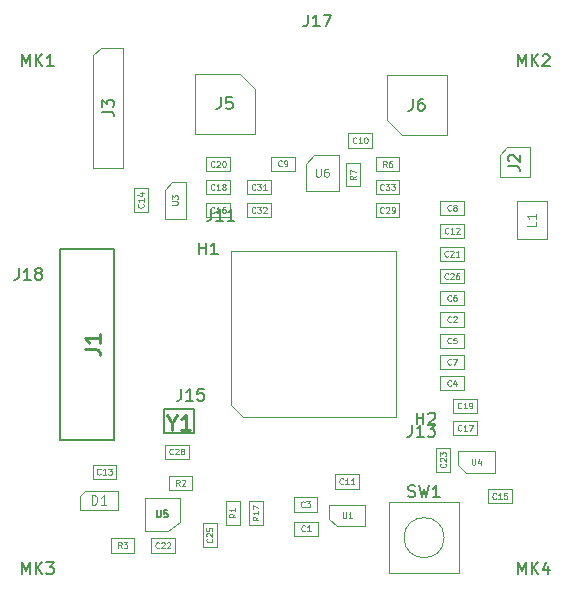
<source format=gbr>
G04 #@! TF.GenerationSoftware,KiCad,Pcbnew,(5.1.6)-1*
G04 #@! TF.CreationDate,2020-07-07T21:46:09+02:00*
G04 #@! TF.ProjectId,ToF_camera_VGA,546f465f-6361-46d6-9572-615f5647412e,rev?*
G04 #@! TF.SameCoordinates,Original*
G04 #@! TF.FileFunction,Other,Fab,Top*
%FSLAX46Y46*%
G04 Gerber Fmt 4.6, Leading zero omitted, Abs format (unit mm)*
G04 Created by KiCad (PCBNEW (5.1.6)-1) date 2020-07-07 21:46:09*
%MOMM*%
%LPD*%
G01*
G04 APERTURE LIST*
%ADD10C,0.100000*%
%ADD11C,0.200000*%
%ADD12C,0.150000*%
%ADD13C,0.254000*%
%ADD14C,0.080000*%
%ADD15C,0.075000*%
%ADD16C,0.120000*%
G04 APERTURE END LIST*
D10*
X103375000Y-123780000D02*
X103375000Y-120980000D01*
X103375000Y-120980000D02*
X106325000Y-120980000D01*
X106325000Y-120980000D02*
X106325000Y-123080000D01*
X105325000Y-123780000D02*
X103375000Y-123780000D01*
X105325000Y-123780000D02*
X106325000Y-123080000D01*
X124660000Y-114130000D02*
X111660000Y-114130000D01*
X124660000Y-100130000D02*
X124660000Y-114130000D01*
X110660000Y-100130000D02*
X124660000Y-100130000D01*
X110660000Y-113130000D02*
X110660000Y-100130000D01*
X111660000Y-114130000D02*
X110660000Y-113130000D01*
D11*
X96190000Y-99890000D02*
X100740000Y-99890000D01*
X96190000Y-116090000D02*
X96190000Y-99890000D01*
X100740000Y-116090000D02*
X96190000Y-116090000D01*
X100740000Y-99890000D02*
X100740000Y-116090000D01*
X105050000Y-115490000D02*
X105050000Y-113490000D01*
X107550000Y-115490000D02*
X105050000Y-115490000D01*
X107550000Y-113490000D02*
X107550000Y-115490000D01*
X105050000Y-113490000D02*
X107550000Y-113490000D01*
D10*
X98962500Y-118200000D02*
X100962500Y-118200000D01*
X98962500Y-119400000D02*
X98962500Y-118200000D01*
X100962500Y-119400000D02*
X98962500Y-119400000D01*
X100962500Y-118200000D02*
X100962500Y-119400000D01*
X112060000Y-94100000D02*
X114060000Y-94100000D01*
X112060000Y-95300000D02*
X112060000Y-94100000D01*
X114060000Y-95300000D02*
X112060000Y-95300000D01*
X114060000Y-94100000D02*
X114060000Y-95300000D01*
X105410000Y-120330000D02*
X105410000Y-119130000D01*
X105410000Y-119130000D02*
X107410000Y-119130000D01*
X107410000Y-119130000D02*
X107410000Y-120330000D01*
X107410000Y-120330000D02*
X105410000Y-120330000D01*
X128730000Y-124370000D02*
G75*
G03*
X128730000Y-124370000I-1700000J0D01*
G01*
X124030000Y-127370000D02*
X124030000Y-121370000D01*
X130030000Y-127370000D02*
X124030000Y-127370000D01*
X130030000Y-121370000D02*
X130030000Y-127370000D01*
X124030000Y-121370000D02*
X130030000Y-121370000D01*
X106860000Y-94250000D02*
X106860000Y-97350000D01*
X106860000Y-97350000D02*
X105060000Y-97350000D01*
X105060000Y-94900000D02*
X105060000Y-97350000D01*
X106860000Y-94250000D02*
X105710000Y-94250000D01*
X105060000Y-94900000D02*
X105710000Y-94250000D01*
X125140000Y-90300000D02*
X123870000Y-89030000D01*
X128950000Y-90300000D02*
X125140000Y-90300000D01*
X128950000Y-85220000D02*
X128950000Y-90300000D01*
X123870000Y-85220000D02*
X128950000Y-85220000D01*
X123870000Y-89030000D02*
X123870000Y-85220000D01*
X111430000Y-85080000D02*
X112700000Y-86350000D01*
X107620000Y-85080000D02*
X111430000Y-85080000D01*
X107620000Y-90160000D02*
X107620000Y-85080000D01*
X112700000Y-90160000D02*
X107620000Y-90160000D01*
X112700000Y-86350000D02*
X112700000Y-90160000D01*
X133430000Y-91965000D02*
X134065000Y-91330000D01*
X133430000Y-93870000D02*
X133430000Y-91965000D01*
X135970000Y-93870000D02*
X133430000Y-93870000D01*
X135970000Y-91330000D02*
X135970000Y-93870000D01*
X134065000Y-91330000D02*
X135970000Y-91330000D01*
X117000000Y-92700000D02*
X117700000Y-92000000D01*
X117000000Y-95000000D02*
X117000000Y-92700000D01*
X119800000Y-95000000D02*
X117000000Y-95000000D01*
X119800000Y-92000000D02*
X119800000Y-95000000D01*
X117700000Y-92000000D02*
X119800000Y-92000000D01*
X129910000Y-117070000D02*
X133010000Y-117070000D01*
X133010000Y-117070000D02*
X133010000Y-118870000D01*
X130560000Y-118870000D02*
X133010000Y-118870000D01*
X129910000Y-117070000D02*
X129910000Y-118220000D01*
X130560000Y-118870000D02*
X129910000Y-118220000D01*
X118970000Y-121610000D02*
X122070000Y-121610000D01*
X122070000Y-121610000D02*
X122070000Y-123410000D01*
X119620000Y-123410000D02*
X122070000Y-123410000D01*
X118970000Y-121610000D02*
X118970000Y-122760000D01*
X119620000Y-123410000D02*
X118970000Y-122760000D01*
X112180000Y-123262500D02*
X112180000Y-121262500D01*
X113380000Y-123262500D02*
X112180000Y-123262500D01*
X113380000Y-121262500D02*
X113380000Y-123262500D01*
X112180000Y-121262500D02*
X113380000Y-121262500D01*
X120400000Y-94637500D02*
X120400000Y-92637500D01*
X121600000Y-94637500D02*
X120400000Y-94637500D01*
X121600000Y-92637500D02*
X121600000Y-94637500D01*
X120400000Y-92637500D02*
X121600000Y-92637500D01*
X122937500Y-92150000D02*
X124937500Y-92150000D01*
X122937500Y-93350000D02*
X122937500Y-92150000D01*
X124937500Y-93350000D02*
X122937500Y-93350000D01*
X124937500Y-92150000D02*
X124937500Y-93350000D01*
X100507500Y-124430000D02*
X102507500Y-124430000D01*
X100507500Y-125630000D02*
X100507500Y-124430000D01*
X102507500Y-125630000D02*
X100507500Y-125630000D01*
X102507500Y-124430000D02*
X102507500Y-125630000D01*
X111430000Y-121257500D02*
X111430000Y-123257500D01*
X110230000Y-121257500D02*
X111430000Y-121257500D01*
X110230000Y-123257500D02*
X110230000Y-121257500D01*
X111430000Y-123257500D02*
X110230000Y-123257500D01*
X134900000Y-99100000D02*
X134900000Y-95900000D01*
X137400000Y-99100000D02*
X134900000Y-99100000D01*
X137400000Y-95900000D02*
X137400000Y-99100000D01*
X134900000Y-95900000D02*
X137400000Y-95900000D01*
X99040000Y-83515000D02*
X99675000Y-82880000D01*
X99040000Y-93040000D02*
X99040000Y-83515000D01*
X101580000Y-93040000D02*
X99040000Y-93040000D01*
X101580000Y-82880000D02*
X101580000Y-93040000D01*
X99675000Y-82880000D02*
X101580000Y-82880000D01*
X101100000Y-122000000D02*
X101100000Y-120400000D01*
X97900000Y-122000000D02*
X101100000Y-122000000D01*
X97900000Y-120800000D02*
X97900000Y-122000000D01*
X98300000Y-120400000D02*
X97900000Y-120800000D01*
X101100000Y-120400000D02*
X98300000Y-120400000D01*
X124937500Y-95300000D02*
X122937500Y-95300000D01*
X124937500Y-94100000D02*
X124937500Y-95300000D01*
X122937500Y-94100000D02*
X124937500Y-94100000D01*
X122937500Y-95300000D02*
X122937500Y-94100000D01*
X112060000Y-96050000D02*
X114060000Y-96050000D01*
X112060000Y-97250000D02*
X112060000Y-96050000D01*
X114060000Y-97250000D02*
X112060000Y-97250000D01*
X114060000Y-96050000D02*
X114060000Y-97250000D01*
X124937500Y-97250000D02*
X122937500Y-97250000D01*
X124937500Y-96050000D02*
X124937500Y-97250000D01*
X122937500Y-96050000D02*
X124937500Y-96050000D01*
X122937500Y-97250000D02*
X122937500Y-96050000D01*
X105090000Y-116500000D02*
X107090000Y-116500000D01*
X105090000Y-117700000D02*
X105090000Y-116500000D01*
X107090000Y-117700000D02*
X105090000Y-117700000D01*
X107090000Y-116500000D02*
X107090000Y-117700000D01*
X130387500Y-102850000D02*
X128387500Y-102850000D01*
X130387500Y-101650000D02*
X130387500Y-102850000D01*
X128387500Y-101650000D02*
X130387500Y-101650000D01*
X128387500Y-102850000D02*
X128387500Y-101650000D01*
X109480000Y-123140000D02*
X109480000Y-125140000D01*
X108280000Y-123140000D02*
X109480000Y-123140000D01*
X108280000Y-125140000D02*
X108280000Y-123140000D01*
X109480000Y-125140000D02*
X108280000Y-125140000D01*
X128060000Y-118770000D02*
X128060000Y-116770000D01*
X129260000Y-118770000D02*
X128060000Y-118770000D01*
X129260000Y-116770000D02*
X129260000Y-118770000D01*
X128060000Y-116770000D02*
X129260000Y-116770000D01*
X105920000Y-125630000D02*
X103920000Y-125630000D01*
X105920000Y-124430000D02*
X105920000Y-125630000D01*
X103920000Y-124430000D02*
X105920000Y-124430000D01*
X103920000Y-125630000D02*
X103920000Y-124430000D01*
X130387500Y-100950000D02*
X128387500Y-100950000D01*
X130387500Y-99750000D02*
X130387500Y-100950000D01*
X128387500Y-99750000D02*
X130387500Y-99750000D01*
X128387500Y-100950000D02*
X128387500Y-99750000D01*
X110600000Y-93350000D02*
X108600000Y-93350000D01*
X110600000Y-92150000D02*
X110600000Y-93350000D01*
X108600000Y-92150000D02*
X110600000Y-92150000D01*
X108600000Y-93350000D02*
X108600000Y-92150000D01*
X131500000Y-113800000D02*
X129500000Y-113800000D01*
X131500000Y-112600000D02*
X131500000Y-113800000D01*
X129500000Y-112600000D02*
X131500000Y-112600000D01*
X129500000Y-113800000D02*
X129500000Y-112600000D01*
X110602500Y-95300000D02*
X108602500Y-95300000D01*
X110602500Y-94100000D02*
X110602500Y-95300000D01*
X108602500Y-94100000D02*
X110602500Y-94100000D01*
X108602500Y-95300000D02*
X108602500Y-94100000D01*
X129500000Y-115690000D02*
X129500000Y-114490000D01*
X129500000Y-114490000D02*
X131500000Y-114490000D01*
X131500000Y-114490000D02*
X131500000Y-115690000D01*
X131500000Y-115690000D02*
X129500000Y-115690000D01*
X110600000Y-97250000D02*
X108600000Y-97250000D01*
X110600000Y-96050000D02*
X110600000Y-97250000D01*
X108600000Y-96050000D02*
X110600000Y-96050000D01*
X108600000Y-97250000D02*
X108600000Y-96050000D01*
X134440000Y-121470000D02*
X132440000Y-121470000D01*
X134440000Y-120270000D02*
X134440000Y-121470000D01*
X132440000Y-120270000D02*
X134440000Y-120270000D01*
X132440000Y-121470000D02*
X132440000Y-120270000D01*
X102460000Y-96797500D02*
X102460000Y-94797500D01*
X103660000Y-96797500D02*
X102460000Y-96797500D01*
X103660000Y-94797500D02*
X103660000Y-96797500D01*
X102460000Y-94797500D02*
X103660000Y-94797500D01*
X130400000Y-99000000D02*
X128400000Y-99000000D01*
X130400000Y-97800000D02*
X130400000Y-99000000D01*
X128400000Y-97800000D02*
X130400000Y-97800000D01*
X128400000Y-99000000D02*
X128400000Y-97800000D01*
X121500000Y-120210000D02*
X119500000Y-120210000D01*
X121500000Y-119010000D02*
X121500000Y-120210000D01*
X119500000Y-119010000D02*
X121500000Y-119010000D01*
X119500000Y-120210000D02*
X119500000Y-119010000D01*
X122617500Y-91350000D02*
X120617500Y-91350000D01*
X122617500Y-90150000D02*
X122617500Y-91350000D01*
X120617500Y-90150000D02*
X122617500Y-90150000D01*
X120617500Y-91350000D02*
X120617500Y-90150000D01*
X114062500Y-92100000D02*
X116062500Y-92100000D01*
X114062500Y-93300000D02*
X114062500Y-92100000D01*
X116062500Y-93300000D02*
X114062500Y-93300000D01*
X116062500Y-92100000D02*
X116062500Y-93300000D01*
X130400000Y-97060000D02*
X128400000Y-97060000D01*
X130400000Y-95860000D02*
X130400000Y-97060000D01*
X128400000Y-95860000D02*
X130400000Y-95860000D01*
X128400000Y-97060000D02*
X128400000Y-95860000D01*
X130400000Y-110100000D02*
X128400000Y-110100000D01*
X130400000Y-108900000D02*
X130400000Y-110100000D01*
X128400000Y-108900000D02*
X130400000Y-108900000D01*
X128400000Y-110100000D02*
X128400000Y-108900000D01*
X130400000Y-104700000D02*
X128400000Y-104700000D01*
X130400000Y-103500000D02*
X130400000Y-104700000D01*
X128400000Y-103500000D02*
X130400000Y-103500000D01*
X128400000Y-104700000D02*
X128400000Y-103500000D01*
X130400000Y-108300000D02*
X128400000Y-108300000D01*
X130400000Y-107100000D02*
X130400000Y-108300000D01*
X128400000Y-107100000D02*
X130400000Y-107100000D01*
X128400000Y-108300000D02*
X128400000Y-107100000D01*
X130400000Y-111900000D02*
X128400000Y-111900000D01*
X130400000Y-110700000D02*
X130400000Y-111900000D01*
X128400000Y-110700000D02*
X130400000Y-110700000D01*
X128400000Y-111900000D02*
X128400000Y-110700000D01*
X115992500Y-120960000D02*
X117992500Y-120960000D01*
X115992500Y-122160000D02*
X115992500Y-120960000D01*
X117992500Y-122160000D02*
X115992500Y-122160000D01*
X117992500Y-120960000D02*
X117992500Y-122160000D01*
X130400000Y-106500000D02*
X128400000Y-106500000D01*
X130400000Y-105300000D02*
X130400000Y-106500000D01*
X128400000Y-105300000D02*
X130400000Y-105300000D01*
X128400000Y-106500000D02*
X128400000Y-105300000D01*
X116032500Y-123010000D02*
X118032500Y-123010000D01*
X116032500Y-124210000D02*
X116032500Y-123010000D01*
X118032500Y-124210000D02*
X116032500Y-124210000D01*
X118032500Y-123010000D02*
X118032500Y-124210000D01*
D12*
X104392857Y-122051428D02*
X104392857Y-122537142D01*
X104421428Y-122594285D01*
X104450000Y-122622857D01*
X104507142Y-122651428D01*
X104621428Y-122651428D01*
X104678571Y-122622857D01*
X104707142Y-122594285D01*
X104735714Y-122537142D01*
X104735714Y-122051428D01*
X105307142Y-122051428D02*
X105021428Y-122051428D01*
X104992857Y-122337142D01*
X105021428Y-122308571D01*
X105078571Y-122280000D01*
X105221428Y-122280000D01*
X105278571Y-122308571D01*
X105307142Y-122337142D01*
X105335714Y-122394285D01*
X105335714Y-122537142D01*
X105307142Y-122594285D01*
X105278571Y-122622857D01*
X105221428Y-122651428D01*
X105078571Y-122651428D01*
X105021428Y-122622857D01*
X104992857Y-122594285D01*
D13*
X98294523Y-108413333D02*
X99201666Y-108413333D01*
X99383095Y-108473809D01*
X99504047Y-108594761D01*
X99564523Y-108776190D01*
X99564523Y-108897142D01*
X99564523Y-107143333D02*
X99564523Y-107869047D01*
X99564523Y-107506190D02*
X98294523Y-107506190D01*
X98475952Y-107627142D01*
X98596904Y-107748095D01*
X98657380Y-107869047D01*
X105695238Y-114622761D02*
X105695238Y-115227523D01*
X105271904Y-113957523D02*
X105695238Y-114622761D01*
X106118571Y-113957523D01*
X107207142Y-115227523D02*
X106481428Y-115227523D01*
X106844285Y-115227523D02*
X106844285Y-113957523D01*
X106723333Y-114138952D01*
X106602380Y-114259904D01*
X106481428Y-114320380D01*
D12*
X92720476Y-101552380D02*
X92720476Y-102266666D01*
X92672857Y-102409523D01*
X92577619Y-102504761D01*
X92434761Y-102552380D01*
X92339523Y-102552380D01*
X93720476Y-102552380D02*
X93149047Y-102552380D01*
X93434761Y-102552380D02*
X93434761Y-101552380D01*
X93339523Y-101695238D01*
X93244285Y-101790476D01*
X93149047Y-101838095D01*
X94291904Y-101980952D02*
X94196666Y-101933333D01*
X94149047Y-101885714D01*
X94101428Y-101790476D01*
X94101428Y-101742857D01*
X94149047Y-101647619D01*
X94196666Y-101600000D01*
X94291904Y-101552380D01*
X94482380Y-101552380D01*
X94577619Y-101600000D01*
X94625238Y-101647619D01*
X94672857Y-101742857D01*
X94672857Y-101790476D01*
X94625238Y-101885714D01*
X94577619Y-101933333D01*
X94482380Y-101980952D01*
X94291904Y-101980952D01*
X94196666Y-102028571D01*
X94149047Y-102076190D01*
X94101428Y-102171428D01*
X94101428Y-102361904D01*
X94149047Y-102457142D01*
X94196666Y-102504761D01*
X94291904Y-102552380D01*
X94482380Y-102552380D01*
X94577619Y-102504761D01*
X94625238Y-102457142D01*
X94672857Y-102361904D01*
X94672857Y-102171428D01*
X94625238Y-102076190D01*
X94577619Y-102028571D01*
X94482380Y-101980952D01*
X117190476Y-80082380D02*
X117190476Y-80796666D01*
X117142857Y-80939523D01*
X117047619Y-81034761D01*
X116904761Y-81082380D01*
X116809523Y-81082380D01*
X118190476Y-81082380D02*
X117619047Y-81082380D01*
X117904761Y-81082380D02*
X117904761Y-80082380D01*
X117809523Y-80225238D01*
X117714285Y-80320476D01*
X117619047Y-80368095D01*
X118523809Y-80082380D02*
X119190476Y-80082380D01*
X118761904Y-81082380D01*
X126000476Y-114822380D02*
X126000476Y-115536666D01*
X125952857Y-115679523D01*
X125857619Y-115774761D01*
X125714761Y-115822380D01*
X125619523Y-115822380D01*
X127000476Y-115822380D02*
X126429047Y-115822380D01*
X126714761Y-115822380D02*
X126714761Y-114822380D01*
X126619523Y-114965238D01*
X126524285Y-115060476D01*
X126429047Y-115108095D01*
X127333809Y-114822380D02*
X127952857Y-114822380D01*
X127619523Y-115203333D01*
X127762380Y-115203333D01*
X127857619Y-115250952D01*
X127905238Y-115298571D01*
X127952857Y-115393809D01*
X127952857Y-115631904D01*
X127905238Y-115727142D01*
X127857619Y-115774761D01*
X127762380Y-115822380D01*
X127476666Y-115822380D01*
X127381428Y-115774761D01*
X127333809Y-115727142D01*
X109010476Y-96552380D02*
X109010476Y-97266666D01*
X108962857Y-97409523D01*
X108867619Y-97504761D01*
X108724761Y-97552380D01*
X108629523Y-97552380D01*
X110010476Y-97552380D02*
X109439047Y-97552380D01*
X109724761Y-97552380D02*
X109724761Y-96552380D01*
X109629523Y-96695238D01*
X109534285Y-96790476D01*
X109439047Y-96838095D01*
X110962857Y-97552380D02*
X110391428Y-97552380D01*
X110677142Y-97552380D02*
X110677142Y-96552380D01*
X110581904Y-96695238D01*
X110486666Y-96790476D01*
X110391428Y-96838095D01*
X126398095Y-114782380D02*
X126398095Y-113782380D01*
X126398095Y-114258571D02*
X126969523Y-114258571D01*
X126969523Y-114782380D02*
X126969523Y-113782380D01*
X127398095Y-113877619D02*
X127445714Y-113830000D01*
X127540952Y-113782380D01*
X127779047Y-113782380D01*
X127874285Y-113830000D01*
X127921904Y-113877619D01*
X127969523Y-113972857D01*
X127969523Y-114068095D01*
X127921904Y-114210952D01*
X127350476Y-114782380D01*
X127969523Y-114782380D01*
X107998095Y-100382380D02*
X107998095Y-99382380D01*
X107998095Y-99858571D02*
X108569523Y-99858571D01*
X108569523Y-100382380D02*
X108569523Y-99382380D01*
X109569523Y-100382380D02*
X108998095Y-100382380D01*
X109283809Y-100382380D02*
X109283809Y-99382380D01*
X109188571Y-99525238D01*
X109093333Y-99620476D01*
X108998095Y-99668095D01*
X106460476Y-111762380D02*
X106460476Y-112476666D01*
X106412857Y-112619523D01*
X106317619Y-112714761D01*
X106174761Y-112762380D01*
X106079523Y-112762380D01*
X107460476Y-112762380D02*
X106889047Y-112762380D01*
X107174761Y-112762380D02*
X107174761Y-111762380D01*
X107079523Y-111905238D01*
X106984285Y-112000476D01*
X106889047Y-112048095D01*
X108365238Y-111762380D02*
X107889047Y-111762380D01*
X107841428Y-112238571D01*
X107889047Y-112190952D01*
X107984285Y-112143333D01*
X108222380Y-112143333D01*
X108317619Y-112190952D01*
X108365238Y-112238571D01*
X108412857Y-112333809D01*
X108412857Y-112571904D01*
X108365238Y-112667142D01*
X108317619Y-112714761D01*
X108222380Y-112762380D01*
X107984285Y-112762380D01*
X107889047Y-112714761D01*
X107841428Y-112667142D01*
D14*
X99641071Y-118978571D02*
X99617261Y-119002380D01*
X99545833Y-119026190D01*
X99498214Y-119026190D01*
X99426785Y-119002380D01*
X99379166Y-118954761D01*
X99355357Y-118907142D01*
X99331547Y-118811904D01*
X99331547Y-118740476D01*
X99355357Y-118645238D01*
X99379166Y-118597619D01*
X99426785Y-118550000D01*
X99498214Y-118526190D01*
X99545833Y-118526190D01*
X99617261Y-118550000D01*
X99641071Y-118573809D01*
X100117261Y-119026190D02*
X99831547Y-119026190D01*
X99974404Y-119026190D02*
X99974404Y-118526190D01*
X99926785Y-118597619D01*
X99879166Y-118645238D01*
X99831547Y-118669047D01*
X100283928Y-118526190D02*
X100593452Y-118526190D01*
X100426785Y-118716666D01*
X100498214Y-118716666D01*
X100545833Y-118740476D01*
X100569642Y-118764285D01*
X100593452Y-118811904D01*
X100593452Y-118930952D01*
X100569642Y-118978571D01*
X100545833Y-119002380D01*
X100498214Y-119026190D01*
X100355357Y-119026190D01*
X100307738Y-119002380D01*
X100283928Y-118978571D01*
X112738571Y-94878571D02*
X112714761Y-94902380D01*
X112643333Y-94926190D01*
X112595714Y-94926190D01*
X112524285Y-94902380D01*
X112476666Y-94854761D01*
X112452857Y-94807142D01*
X112429047Y-94711904D01*
X112429047Y-94640476D01*
X112452857Y-94545238D01*
X112476666Y-94497619D01*
X112524285Y-94450000D01*
X112595714Y-94426190D01*
X112643333Y-94426190D01*
X112714761Y-94450000D01*
X112738571Y-94473809D01*
X112905238Y-94426190D02*
X113214761Y-94426190D01*
X113048095Y-94616666D01*
X113119523Y-94616666D01*
X113167142Y-94640476D01*
X113190952Y-94664285D01*
X113214761Y-94711904D01*
X113214761Y-94830952D01*
X113190952Y-94878571D01*
X113167142Y-94902380D01*
X113119523Y-94926190D01*
X112976666Y-94926190D01*
X112929047Y-94902380D01*
X112905238Y-94878571D01*
X113690952Y-94926190D02*
X113405238Y-94926190D01*
X113548095Y-94926190D02*
X113548095Y-94426190D01*
X113500476Y-94497619D01*
X113452857Y-94545238D01*
X113405238Y-94569047D01*
X106326666Y-119956190D02*
X106160000Y-119718095D01*
X106040952Y-119956190D02*
X106040952Y-119456190D01*
X106231428Y-119456190D01*
X106279047Y-119480000D01*
X106302857Y-119503809D01*
X106326666Y-119551428D01*
X106326666Y-119622857D01*
X106302857Y-119670476D01*
X106279047Y-119694285D01*
X106231428Y-119718095D01*
X106040952Y-119718095D01*
X106517142Y-119503809D02*
X106540952Y-119480000D01*
X106588571Y-119456190D01*
X106707619Y-119456190D01*
X106755238Y-119480000D01*
X106779047Y-119503809D01*
X106802857Y-119551428D01*
X106802857Y-119599047D01*
X106779047Y-119670476D01*
X106493333Y-119956190D01*
X106802857Y-119956190D01*
D12*
X125696666Y-120874761D02*
X125839523Y-120922380D01*
X126077619Y-120922380D01*
X126172857Y-120874761D01*
X126220476Y-120827142D01*
X126268095Y-120731904D01*
X126268095Y-120636666D01*
X126220476Y-120541428D01*
X126172857Y-120493809D01*
X126077619Y-120446190D01*
X125887142Y-120398571D01*
X125791904Y-120350952D01*
X125744285Y-120303333D01*
X125696666Y-120208095D01*
X125696666Y-120112857D01*
X125744285Y-120017619D01*
X125791904Y-119970000D01*
X125887142Y-119922380D01*
X126125238Y-119922380D01*
X126268095Y-119970000D01*
X126601428Y-119922380D02*
X126839523Y-120922380D01*
X127030000Y-120208095D01*
X127220476Y-120922380D01*
X127458571Y-119922380D01*
X128363333Y-120922380D02*
X127791904Y-120922380D01*
X128077619Y-120922380D02*
X128077619Y-119922380D01*
X127982380Y-120065238D01*
X127887142Y-120160476D01*
X127791904Y-120208095D01*
D15*
X105686190Y-96180952D02*
X106090952Y-96180952D01*
X106138571Y-96157142D01*
X106162380Y-96133333D01*
X106186190Y-96085714D01*
X106186190Y-95990476D01*
X106162380Y-95942857D01*
X106138571Y-95919047D01*
X106090952Y-95895238D01*
X105686190Y-95895238D01*
X105686190Y-95704761D02*
X105686190Y-95395238D01*
X105876666Y-95561904D01*
X105876666Y-95490476D01*
X105900476Y-95442857D01*
X105924285Y-95419047D01*
X105971904Y-95395238D01*
X106090952Y-95395238D01*
X106138571Y-95419047D01*
X106162380Y-95442857D01*
X106186190Y-95490476D01*
X106186190Y-95633333D01*
X106162380Y-95680952D01*
X106138571Y-95704761D01*
D12*
X126076666Y-87212380D02*
X126076666Y-87926666D01*
X126029047Y-88069523D01*
X125933809Y-88164761D01*
X125790952Y-88212380D01*
X125695714Y-88212380D01*
X126981428Y-87212380D02*
X126790952Y-87212380D01*
X126695714Y-87260000D01*
X126648095Y-87307619D01*
X126552857Y-87450476D01*
X126505238Y-87640952D01*
X126505238Y-88021904D01*
X126552857Y-88117142D01*
X126600476Y-88164761D01*
X126695714Y-88212380D01*
X126886190Y-88212380D01*
X126981428Y-88164761D01*
X127029047Y-88117142D01*
X127076666Y-88021904D01*
X127076666Y-87783809D01*
X127029047Y-87688571D01*
X126981428Y-87640952D01*
X126886190Y-87593333D01*
X126695714Y-87593333D01*
X126600476Y-87640952D01*
X126552857Y-87688571D01*
X126505238Y-87783809D01*
X109826666Y-87072380D02*
X109826666Y-87786666D01*
X109779047Y-87929523D01*
X109683809Y-88024761D01*
X109540952Y-88072380D01*
X109445714Y-88072380D01*
X110779047Y-87072380D02*
X110302857Y-87072380D01*
X110255238Y-87548571D01*
X110302857Y-87500952D01*
X110398095Y-87453333D01*
X110636190Y-87453333D01*
X110731428Y-87500952D01*
X110779047Y-87548571D01*
X110826666Y-87643809D01*
X110826666Y-87881904D01*
X110779047Y-87977142D01*
X110731428Y-88024761D01*
X110636190Y-88072380D01*
X110398095Y-88072380D01*
X110302857Y-88024761D01*
X110255238Y-87977142D01*
X134152380Y-92933333D02*
X134866666Y-92933333D01*
X135009523Y-92980952D01*
X135104761Y-93076190D01*
X135152380Y-93219047D01*
X135152380Y-93314285D01*
X134247619Y-92504761D02*
X134200000Y-92457142D01*
X134152380Y-92361904D01*
X134152380Y-92123809D01*
X134200000Y-92028571D01*
X134247619Y-91980952D01*
X134342857Y-91933333D01*
X134438095Y-91933333D01*
X134580952Y-91980952D01*
X135152380Y-92552380D01*
X135152380Y-91933333D01*
D10*
X117866666Y-93116666D02*
X117866666Y-93683333D01*
X117900000Y-93750000D01*
X117933333Y-93783333D01*
X118000000Y-93816666D01*
X118133333Y-93816666D01*
X118200000Y-93783333D01*
X118233333Y-93750000D01*
X118266666Y-93683333D01*
X118266666Y-93116666D01*
X118900000Y-93116666D02*
X118766666Y-93116666D01*
X118700000Y-93150000D01*
X118666666Y-93183333D01*
X118600000Y-93283333D01*
X118566666Y-93416666D01*
X118566666Y-93683333D01*
X118600000Y-93750000D01*
X118633333Y-93783333D01*
X118700000Y-93816666D01*
X118833333Y-93816666D01*
X118900000Y-93783333D01*
X118933333Y-93750000D01*
X118966666Y-93683333D01*
X118966666Y-93516666D01*
X118933333Y-93450000D01*
X118900000Y-93416666D01*
X118833333Y-93383333D01*
X118700000Y-93383333D01*
X118633333Y-93416666D01*
X118600000Y-93450000D01*
X118566666Y-93516666D01*
D15*
X131079047Y-117696190D02*
X131079047Y-118100952D01*
X131102857Y-118148571D01*
X131126666Y-118172380D01*
X131174285Y-118196190D01*
X131269523Y-118196190D01*
X131317142Y-118172380D01*
X131340952Y-118148571D01*
X131364761Y-118100952D01*
X131364761Y-117696190D01*
X131817142Y-117862857D02*
X131817142Y-118196190D01*
X131698095Y-117672380D02*
X131579047Y-118029523D01*
X131888571Y-118029523D01*
X120139047Y-122236190D02*
X120139047Y-122640952D01*
X120162857Y-122688571D01*
X120186666Y-122712380D01*
X120234285Y-122736190D01*
X120329523Y-122736190D01*
X120377142Y-122712380D01*
X120400952Y-122688571D01*
X120424761Y-122640952D01*
X120424761Y-122236190D01*
X120924761Y-122736190D02*
X120639047Y-122736190D01*
X120781904Y-122736190D02*
X120781904Y-122236190D01*
X120734285Y-122307619D01*
X120686666Y-122355238D01*
X120639047Y-122379047D01*
D14*
X113006190Y-122583928D02*
X112768095Y-122750595D01*
X113006190Y-122869642D02*
X112506190Y-122869642D01*
X112506190Y-122679166D01*
X112530000Y-122631547D01*
X112553809Y-122607738D01*
X112601428Y-122583928D01*
X112672857Y-122583928D01*
X112720476Y-122607738D01*
X112744285Y-122631547D01*
X112768095Y-122679166D01*
X112768095Y-122869642D01*
X113006190Y-122107738D02*
X113006190Y-122393452D01*
X113006190Y-122250595D02*
X112506190Y-122250595D01*
X112577619Y-122298214D01*
X112625238Y-122345833D01*
X112649047Y-122393452D01*
X112506190Y-121941071D02*
X112506190Y-121607738D01*
X113006190Y-121822023D01*
X121226190Y-93720833D02*
X120988095Y-93887500D01*
X121226190Y-94006547D02*
X120726190Y-94006547D01*
X120726190Y-93816071D01*
X120750000Y-93768452D01*
X120773809Y-93744642D01*
X120821428Y-93720833D01*
X120892857Y-93720833D01*
X120940476Y-93744642D01*
X120964285Y-93768452D01*
X120988095Y-93816071D01*
X120988095Y-94006547D01*
X120726190Y-93554166D02*
X120726190Y-93220833D01*
X121226190Y-93435119D01*
X123854166Y-92976190D02*
X123687500Y-92738095D01*
X123568452Y-92976190D02*
X123568452Y-92476190D01*
X123758928Y-92476190D01*
X123806547Y-92500000D01*
X123830357Y-92523809D01*
X123854166Y-92571428D01*
X123854166Y-92642857D01*
X123830357Y-92690476D01*
X123806547Y-92714285D01*
X123758928Y-92738095D01*
X123568452Y-92738095D01*
X124282738Y-92476190D02*
X124187500Y-92476190D01*
X124139880Y-92500000D01*
X124116071Y-92523809D01*
X124068452Y-92595238D01*
X124044642Y-92690476D01*
X124044642Y-92880952D01*
X124068452Y-92928571D01*
X124092261Y-92952380D01*
X124139880Y-92976190D01*
X124235119Y-92976190D01*
X124282738Y-92952380D01*
X124306547Y-92928571D01*
X124330357Y-92880952D01*
X124330357Y-92761904D01*
X124306547Y-92714285D01*
X124282738Y-92690476D01*
X124235119Y-92666666D01*
X124139880Y-92666666D01*
X124092261Y-92690476D01*
X124068452Y-92714285D01*
X124044642Y-92761904D01*
X101424166Y-125256190D02*
X101257500Y-125018095D01*
X101138452Y-125256190D02*
X101138452Y-124756190D01*
X101328928Y-124756190D01*
X101376547Y-124780000D01*
X101400357Y-124803809D01*
X101424166Y-124851428D01*
X101424166Y-124922857D01*
X101400357Y-124970476D01*
X101376547Y-124994285D01*
X101328928Y-125018095D01*
X101138452Y-125018095D01*
X101590833Y-124756190D02*
X101900357Y-124756190D01*
X101733690Y-124946666D01*
X101805119Y-124946666D01*
X101852738Y-124970476D01*
X101876547Y-124994285D01*
X101900357Y-125041904D01*
X101900357Y-125160952D01*
X101876547Y-125208571D01*
X101852738Y-125232380D01*
X101805119Y-125256190D01*
X101662261Y-125256190D01*
X101614642Y-125232380D01*
X101590833Y-125208571D01*
X111056190Y-122340833D02*
X110818095Y-122507500D01*
X111056190Y-122626547D02*
X110556190Y-122626547D01*
X110556190Y-122436071D01*
X110580000Y-122388452D01*
X110603809Y-122364642D01*
X110651428Y-122340833D01*
X110722857Y-122340833D01*
X110770476Y-122364642D01*
X110794285Y-122388452D01*
X110818095Y-122436071D01*
X110818095Y-122626547D01*
X111056190Y-121864642D02*
X111056190Y-122150357D01*
X111056190Y-122007500D02*
X110556190Y-122007500D01*
X110627619Y-122055119D01*
X110675238Y-122102738D01*
X110699047Y-122150357D01*
D12*
X134990476Y-127452380D02*
X134990476Y-126452380D01*
X135323809Y-127166666D01*
X135657142Y-126452380D01*
X135657142Y-127452380D01*
X136133333Y-127452380D02*
X136133333Y-126452380D01*
X136704761Y-127452380D02*
X136276190Y-126880952D01*
X136704761Y-126452380D02*
X136133333Y-127023809D01*
X137561904Y-126785714D02*
X137561904Y-127452380D01*
X137323809Y-126404761D02*
X137085714Y-127119047D01*
X137704761Y-127119047D01*
X92990476Y-127452380D02*
X92990476Y-126452380D01*
X93323809Y-127166666D01*
X93657142Y-126452380D01*
X93657142Y-127452380D01*
X94133333Y-127452380D02*
X94133333Y-126452380D01*
X94704761Y-127452380D02*
X94276190Y-126880952D01*
X94704761Y-126452380D02*
X94133333Y-127023809D01*
X95038095Y-126452380D02*
X95657142Y-126452380D01*
X95323809Y-126833333D01*
X95466666Y-126833333D01*
X95561904Y-126880952D01*
X95609523Y-126928571D01*
X95657142Y-127023809D01*
X95657142Y-127261904D01*
X95609523Y-127357142D01*
X95561904Y-127404761D01*
X95466666Y-127452380D01*
X95180952Y-127452380D01*
X95085714Y-127404761D01*
X95038095Y-127357142D01*
X134990476Y-84452380D02*
X134990476Y-83452380D01*
X135323809Y-84166666D01*
X135657142Y-83452380D01*
X135657142Y-84452380D01*
X136133333Y-84452380D02*
X136133333Y-83452380D01*
X136704761Y-84452380D02*
X136276190Y-83880952D01*
X136704761Y-83452380D02*
X136133333Y-84023809D01*
X137085714Y-83547619D02*
X137133333Y-83500000D01*
X137228571Y-83452380D01*
X137466666Y-83452380D01*
X137561904Y-83500000D01*
X137609523Y-83547619D01*
X137657142Y-83642857D01*
X137657142Y-83738095D01*
X137609523Y-83880952D01*
X137038095Y-84452380D01*
X137657142Y-84452380D01*
X92990476Y-84452380D02*
X92990476Y-83452380D01*
X93323809Y-84166666D01*
X93657142Y-83452380D01*
X93657142Y-84452380D01*
X94133333Y-84452380D02*
X94133333Y-83452380D01*
X94704761Y-84452380D02*
X94276190Y-83880952D01*
X94704761Y-83452380D02*
X94133333Y-84023809D01*
X95657142Y-84452380D02*
X95085714Y-84452380D01*
X95371428Y-84452380D02*
X95371428Y-83452380D01*
X95276190Y-83595238D01*
X95180952Y-83690476D01*
X95085714Y-83738095D01*
D16*
X136511904Y-97633333D02*
X136511904Y-98014285D01*
X135711904Y-98014285D01*
X136511904Y-96947619D02*
X136511904Y-97404761D01*
X136511904Y-97176190D02*
X135711904Y-97176190D01*
X135826190Y-97252380D01*
X135902380Y-97328571D01*
X135940476Y-97404761D01*
D12*
X99762380Y-88293333D02*
X100476666Y-88293333D01*
X100619523Y-88340952D01*
X100714761Y-88436190D01*
X100762380Y-88579047D01*
X100762380Y-88674285D01*
X99762380Y-87912380D02*
X99762380Y-87293333D01*
X100143333Y-87626666D01*
X100143333Y-87483809D01*
X100190952Y-87388571D01*
X100238571Y-87340952D01*
X100333809Y-87293333D01*
X100571904Y-87293333D01*
X100667142Y-87340952D01*
X100714761Y-87388571D01*
X100762380Y-87483809D01*
X100762380Y-87769523D01*
X100714761Y-87864761D01*
X100667142Y-87912380D01*
D16*
X98909523Y-121561904D02*
X98909523Y-120761904D01*
X99100000Y-120761904D01*
X99214285Y-120800000D01*
X99290476Y-120876190D01*
X99328571Y-120952380D01*
X99366666Y-121104761D01*
X99366666Y-121219047D01*
X99328571Y-121371428D01*
X99290476Y-121447619D01*
X99214285Y-121523809D01*
X99100000Y-121561904D01*
X98909523Y-121561904D01*
X100128571Y-121561904D02*
X99671428Y-121561904D01*
X99900000Y-121561904D02*
X99900000Y-120761904D01*
X99823809Y-120876190D01*
X99747619Y-120952380D01*
X99671428Y-120990476D01*
D14*
X123616071Y-94878571D02*
X123592261Y-94902380D01*
X123520833Y-94926190D01*
X123473214Y-94926190D01*
X123401785Y-94902380D01*
X123354166Y-94854761D01*
X123330357Y-94807142D01*
X123306547Y-94711904D01*
X123306547Y-94640476D01*
X123330357Y-94545238D01*
X123354166Y-94497619D01*
X123401785Y-94450000D01*
X123473214Y-94426190D01*
X123520833Y-94426190D01*
X123592261Y-94450000D01*
X123616071Y-94473809D01*
X123782738Y-94426190D02*
X124092261Y-94426190D01*
X123925595Y-94616666D01*
X123997023Y-94616666D01*
X124044642Y-94640476D01*
X124068452Y-94664285D01*
X124092261Y-94711904D01*
X124092261Y-94830952D01*
X124068452Y-94878571D01*
X124044642Y-94902380D01*
X123997023Y-94926190D01*
X123854166Y-94926190D01*
X123806547Y-94902380D01*
X123782738Y-94878571D01*
X124258928Y-94426190D02*
X124568452Y-94426190D01*
X124401785Y-94616666D01*
X124473214Y-94616666D01*
X124520833Y-94640476D01*
X124544642Y-94664285D01*
X124568452Y-94711904D01*
X124568452Y-94830952D01*
X124544642Y-94878571D01*
X124520833Y-94902380D01*
X124473214Y-94926190D01*
X124330357Y-94926190D01*
X124282738Y-94902380D01*
X124258928Y-94878571D01*
X112738571Y-96828571D02*
X112714761Y-96852380D01*
X112643333Y-96876190D01*
X112595714Y-96876190D01*
X112524285Y-96852380D01*
X112476666Y-96804761D01*
X112452857Y-96757142D01*
X112429047Y-96661904D01*
X112429047Y-96590476D01*
X112452857Y-96495238D01*
X112476666Y-96447619D01*
X112524285Y-96400000D01*
X112595714Y-96376190D01*
X112643333Y-96376190D01*
X112714761Y-96400000D01*
X112738571Y-96423809D01*
X112905238Y-96376190D02*
X113214761Y-96376190D01*
X113048095Y-96566666D01*
X113119523Y-96566666D01*
X113167142Y-96590476D01*
X113190952Y-96614285D01*
X113214761Y-96661904D01*
X113214761Y-96780952D01*
X113190952Y-96828571D01*
X113167142Y-96852380D01*
X113119523Y-96876190D01*
X112976666Y-96876190D01*
X112929047Y-96852380D01*
X112905238Y-96828571D01*
X113405238Y-96423809D02*
X113429047Y-96400000D01*
X113476666Y-96376190D01*
X113595714Y-96376190D01*
X113643333Y-96400000D01*
X113667142Y-96423809D01*
X113690952Y-96471428D01*
X113690952Y-96519047D01*
X113667142Y-96590476D01*
X113381428Y-96876190D01*
X113690952Y-96876190D01*
X123616071Y-96828571D02*
X123592261Y-96852380D01*
X123520833Y-96876190D01*
X123473214Y-96876190D01*
X123401785Y-96852380D01*
X123354166Y-96804761D01*
X123330357Y-96757142D01*
X123306547Y-96661904D01*
X123306547Y-96590476D01*
X123330357Y-96495238D01*
X123354166Y-96447619D01*
X123401785Y-96400000D01*
X123473214Y-96376190D01*
X123520833Y-96376190D01*
X123592261Y-96400000D01*
X123616071Y-96423809D01*
X123806547Y-96423809D02*
X123830357Y-96400000D01*
X123877976Y-96376190D01*
X123997023Y-96376190D01*
X124044642Y-96400000D01*
X124068452Y-96423809D01*
X124092261Y-96471428D01*
X124092261Y-96519047D01*
X124068452Y-96590476D01*
X123782738Y-96876190D01*
X124092261Y-96876190D01*
X124330357Y-96876190D02*
X124425595Y-96876190D01*
X124473214Y-96852380D01*
X124497023Y-96828571D01*
X124544642Y-96757142D01*
X124568452Y-96661904D01*
X124568452Y-96471428D01*
X124544642Y-96423809D01*
X124520833Y-96400000D01*
X124473214Y-96376190D01*
X124377976Y-96376190D01*
X124330357Y-96400000D01*
X124306547Y-96423809D01*
X124282738Y-96471428D01*
X124282738Y-96590476D01*
X124306547Y-96638095D01*
X124330357Y-96661904D01*
X124377976Y-96685714D01*
X124473214Y-96685714D01*
X124520833Y-96661904D01*
X124544642Y-96638095D01*
X124568452Y-96590476D01*
X105768571Y-117278571D02*
X105744761Y-117302380D01*
X105673333Y-117326190D01*
X105625714Y-117326190D01*
X105554285Y-117302380D01*
X105506666Y-117254761D01*
X105482857Y-117207142D01*
X105459047Y-117111904D01*
X105459047Y-117040476D01*
X105482857Y-116945238D01*
X105506666Y-116897619D01*
X105554285Y-116850000D01*
X105625714Y-116826190D01*
X105673333Y-116826190D01*
X105744761Y-116850000D01*
X105768571Y-116873809D01*
X105959047Y-116873809D02*
X105982857Y-116850000D01*
X106030476Y-116826190D01*
X106149523Y-116826190D01*
X106197142Y-116850000D01*
X106220952Y-116873809D01*
X106244761Y-116921428D01*
X106244761Y-116969047D01*
X106220952Y-117040476D01*
X105935238Y-117326190D01*
X106244761Y-117326190D01*
X106530476Y-117040476D02*
X106482857Y-117016666D01*
X106459047Y-116992857D01*
X106435238Y-116945238D01*
X106435238Y-116921428D01*
X106459047Y-116873809D01*
X106482857Y-116850000D01*
X106530476Y-116826190D01*
X106625714Y-116826190D01*
X106673333Y-116850000D01*
X106697142Y-116873809D01*
X106720952Y-116921428D01*
X106720952Y-116945238D01*
X106697142Y-116992857D01*
X106673333Y-117016666D01*
X106625714Y-117040476D01*
X106530476Y-117040476D01*
X106482857Y-117064285D01*
X106459047Y-117088095D01*
X106435238Y-117135714D01*
X106435238Y-117230952D01*
X106459047Y-117278571D01*
X106482857Y-117302380D01*
X106530476Y-117326190D01*
X106625714Y-117326190D01*
X106673333Y-117302380D01*
X106697142Y-117278571D01*
X106720952Y-117230952D01*
X106720952Y-117135714D01*
X106697142Y-117088095D01*
X106673333Y-117064285D01*
X106625714Y-117040476D01*
X129066071Y-102428571D02*
X129042261Y-102452380D01*
X128970833Y-102476190D01*
X128923214Y-102476190D01*
X128851785Y-102452380D01*
X128804166Y-102404761D01*
X128780357Y-102357142D01*
X128756547Y-102261904D01*
X128756547Y-102190476D01*
X128780357Y-102095238D01*
X128804166Y-102047619D01*
X128851785Y-102000000D01*
X128923214Y-101976190D01*
X128970833Y-101976190D01*
X129042261Y-102000000D01*
X129066071Y-102023809D01*
X129256547Y-102023809D02*
X129280357Y-102000000D01*
X129327976Y-101976190D01*
X129447023Y-101976190D01*
X129494642Y-102000000D01*
X129518452Y-102023809D01*
X129542261Y-102071428D01*
X129542261Y-102119047D01*
X129518452Y-102190476D01*
X129232738Y-102476190D01*
X129542261Y-102476190D01*
X129970833Y-101976190D02*
X129875595Y-101976190D01*
X129827976Y-102000000D01*
X129804166Y-102023809D01*
X129756547Y-102095238D01*
X129732738Y-102190476D01*
X129732738Y-102380952D01*
X129756547Y-102428571D01*
X129780357Y-102452380D01*
X129827976Y-102476190D01*
X129923214Y-102476190D01*
X129970833Y-102452380D01*
X129994642Y-102428571D01*
X130018452Y-102380952D01*
X130018452Y-102261904D01*
X129994642Y-102214285D01*
X129970833Y-102190476D01*
X129923214Y-102166666D01*
X129827976Y-102166666D01*
X129780357Y-102190476D01*
X129756547Y-102214285D01*
X129732738Y-102261904D01*
X109058571Y-124461428D02*
X109082380Y-124485238D01*
X109106190Y-124556666D01*
X109106190Y-124604285D01*
X109082380Y-124675714D01*
X109034761Y-124723333D01*
X108987142Y-124747142D01*
X108891904Y-124770952D01*
X108820476Y-124770952D01*
X108725238Y-124747142D01*
X108677619Y-124723333D01*
X108630000Y-124675714D01*
X108606190Y-124604285D01*
X108606190Y-124556666D01*
X108630000Y-124485238D01*
X108653809Y-124461428D01*
X108653809Y-124270952D02*
X108630000Y-124247142D01*
X108606190Y-124199523D01*
X108606190Y-124080476D01*
X108630000Y-124032857D01*
X108653809Y-124009047D01*
X108701428Y-123985238D01*
X108749047Y-123985238D01*
X108820476Y-124009047D01*
X109106190Y-124294761D01*
X109106190Y-123985238D01*
X108606190Y-123532857D02*
X108606190Y-123770952D01*
X108844285Y-123794761D01*
X108820476Y-123770952D01*
X108796666Y-123723333D01*
X108796666Y-123604285D01*
X108820476Y-123556666D01*
X108844285Y-123532857D01*
X108891904Y-123509047D01*
X109010952Y-123509047D01*
X109058571Y-123532857D01*
X109082380Y-123556666D01*
X109106190Y-123604285D01*
X109106190Y-123723333D01*
X109082380Y-123770952D01*
X109058571Y-123794761D01*
X128838571Y-118091428D02*
X128862380Y-118115238D01*
X128886190Y-118186666D01*
X128886190Y-118234285D01*
X128862380Y-118305714D01*
X128814761Y-118353333D01*
X128767142Y-118377142D01*
X128671904Y-118400952D01*
X128600476Y-118400952D01*
X128505238Y-118377142D01*
X128457619Y-118353333D01*
X128410000Y-118305714D01*
X128386190Y-118234285D01*
X128386190Y-118186666D01*
X128410000Y-118115238D01*
X128433809Y-118091428D01*
X128433809Y-117900952D02*
X128410000Y-117877142D01*
X128386190Y-117829523D01*
X128386190Y-117710476D01*
X128410000Y-117662857D01*
X128433809Y-117639047D01*
X128481428Y-117615238D01*
X128529047Y-117615238D01*
X128600476Y-117639047D01*
X128886190Y-117924761D01*
X128886190Y-117615238D01*
X128386190Y-117448571D02*
X128386190Y-117139047D01*
X128576666Y-117305714D01*
X128576666Y-117234285D01*
X128600476Y-117186666D01*
X128624285Y-117162857D01*
X128671904Y-117139047D01*
X128790952Y-117139047D01*
X128838571Y-117162857D01*
X128862380Y-117186666D01*
X128886190Y-117234285D01*
X128886190Y-117377142D01*
X128862380Y-117424761D01*
X128838571Y-117448571D01*
X104598571Y-125208571D02*
X104574761Y-125232380D01*
X104503333Y-125256190D01*
X104455714Y-125256190D01*
X104384285Y-125232380D01*
X104336666Y-125184761D01*
X104312857Y-125137142D01*
X104289047Y-125041904D01*
X104289047Y-124970476D01*
X104312857Y-124875238D01*
X104336666Y-124827619D01*
X104384285Y-124780000D01*
X104455714Y-124756190D01*
X104503333Y-124756190D01*
X104574761Y-124780000D01*
X104598571Y-124803809D01*
X104789047Y-124803809D02*
X104812857Y-124780000D01*
X104860476Y-124756190D01*
X104979523Y-124756190D01*
X105027142Y-124780000D01*
X105050952Y-124803809D01*
X105074761Y-124851428D01*
X105074761Y-124899047D01*
X105050952Y-124970476D01*
X104765238Y-125256190D01*
X105074761Y-125256190D01*
X105265238Y-124803809D02*
X105289047Y-124780000D01*
X105336666Y-124756190D01*
X105455714Y-124756190D01*
X105503333Y-124780000D01*
X105527142Y-124803809D01*
X105550952Y-124851428D01*
X105550952Y-124899047D01*
X105527142Y-124970476D01*
X105241428Y-125256190D01*
X105550952Y-125256190D01*
X129066071Y-100528571D02*
X129042261Y-100552380D01*
X128970833Y-100576190D01*
X128923214Y-100576190D01*
X128851785Y-100552380D01*
X128804166Y-100504761D01*
X128780357Y-100457142D01*
X128756547Y-100361904D01*
X128756547Y-100290476D01*
X128780357Y-100195238D01*
X128804166Y-100147619D01*
X128851785Y-100100000D01*
X128923214Y-100076190D01*
X128970833Y-100076190D01*
X129042261Y-100100000D01*
X129066071Y-100123809D01*
X129256547Y-100123809D02*
X129280357Y-100100000D01*
X129327976Y-100076190D01*
X129447023Y-100076190D01*
X129494642Y-100100000D01*
X129518452Y-100123809D01*
X129542261Y-100171428D01*
X129542261Y-100219047D01*
X129518452Y-100290476D01*
X129232738Y-100576190D01*
X129542261Y-100576190D01*
X130018452Y-100576190D02*
X129732738Y-100576190D01*
X129875595Y-100576190D02*
X129875595Y-100076190D01*
X129827976Y-100147619D01*
X129780357Y-100195238D01*
X129732738Y-100219047D01*
X109278571Y-92928571D02*
X109254761Y-92952380D01*
X109183333Y-92976190D01*
X109135714Y-92976190D01*
X109064285Y-92952380D01*
X109016666Y-92904761D01*
X108992857Y-92857142D01*
X108969047Y-92761904D01*
X108969047Y-92690476D01*
X108992857Y-92595238D01*
X109016666Y-92547619D01*
X109064285Y-92500000D01*
X109135714Y-92476190D01*
X109183333Y-92476190D01*
X109254761Y-92500000D01*
X109278571Y-92523809D01*
X109469047Y-92523809D02*
X109492857Y-92500000D01*
X109540476Y-92476190D01*
X109659523Y-92476190D01*
X109707142Y-92500000D01*
X109730952Y-92523809D01*
X109754761Y-92571428D01*
X109754761Y-92619047D01*
X109730952Y-92690476D01*
X109445238Y-92976190D01*
X109754761Y-92976190D01*
X110064285Y-92476190D02*
X110111904Y-92476190D01*
X110159523Y-92500000D01*
X110183333Y-92523809D01*
X110207142Y-92571428D01*
X110230952Y-92666666D01*
X110230952Y-92785714D01*
X110207142Y-92880952D01*
X110183333Y-92928571D01*
X110159523Y-92952380D01*
X110111904Y-92976190D01*
X110064285Y-92976190D01*
X110016666Y-92952380D01*
X109992857Y-92928571D01*
X109969047Y-92880952D01*
X109945238Y-92785714D01*
X109945238Y-92666666D01*
X109969047Y-92571428D01*
X109992857Y-92523809D01*
X110016666Y-92500000D01*
X110064285Y-92476190D01*
X130178571Y-113378571D02*
X130154761Y-113402380D01*
X130083333Y-113426190D01*
X130035714Y-113426190D01*
X129964285Y-113402380D01*
X129916666Y-113354761D01*
X129892857Y-113307142D01*
X129869047Y-113211904D01*
X129869047Y-113140476D01*
X129892857Y-113045238D01*
X129916666Y-112997619D01*
X129964285Y-112950000D01*
X130035714Y-112926190D01*
X130083333Y-112926190D01*
X130154761Y-112950000D01*
X130178571Y-112973809D01*
X130654761Y-113426190D02*
X130369047Y-113426190D01*
X130511904Y-113426190D02*
X130511904Y-112926190D01*
X130464285Y-112997619D01*
X130416666Y-113045238D01*
X130369047Y-113069047D01*
X130892857Y-113426190D02*
X130988095Y-113426190D01*
X131035714Y-113402380D01*
X131059523Y-113378571D01*
X131107142Y-113307142D01*
X131130952Y-113211904D01*
X131130952Y-113021428D01*
X131107142Y-112973809D01*
X131083333Y-112950000D01*
X131035714Y-112926190D01*
X130940476Y-112926190D01*
X130892857Y-112950000D01*
X130869047Y-112973809D01*
X130845238Y-113021428D01*
X130845238Y-113140476D01*
X130869047Y-113188095D01*
X130892857Y-113211904D01*
X130940476Y-113235714D01*
X131035714Y-113235714D01*
X131083333Y-113211904D01*
X131107142Y-113188095D01*
X131130952Y-113140476D01*
X109281071Y-94878571D02*
X109257261Y-94902380D01*
X109185833Y-94926190D01*
X109138214Y-94926190D01*
X109066785Y-94902380D01*
X109019166Y-94854761D01*
X108995357Y-94807142D01*
X108971547Y-94711904D01*
X108971547Y-94640476D01*
X108995357Y-94545238D01*
X109019166Y-94497619D01*
X109066785Y-94450000D01*
X109138214Y-94426190D01*
X109185833Y-94426190D01*
X109257261Y-94450000D01*
X109281071Y-94473809D01*
X109757261Y-94926190D02*
X109471547Y-94926190D01*
X109614404Y-94926190D02*
X109614404Y-94426190D01*
X109566785Y-94497619D01*
X109519166Y-94545238D01*
X109471547Y-94569047D01*
X110042976Y-94640476D02*
X109995357Y-94616666D01*
X109971547Y-94592857D01*
X109947738Y-94545238D01*
X109947738Y-94521428D01*
X109971547Y-94473809D01*
X109995357Y-94450000D01*
X110042976Y-94426190D01*
X110138214Y-94426190D01*
X110185833Y-94450000D01*
X110209642Y-94473809D01*
X110233452Y-94521428D01*
X110233452Y-94545238D01*
X110209642Y-94592857D01*
X110185833Y-94616666D01*
X110138214Y-94640476D01*
X110042976Y-94640476D01*
X109995357Y-94664285D01*
X109971547Y-94688095D01*
X109947738Y-94735714D01*
X109947738Y-94830952D01*
X109971547Y-94878571D01*
X109995357Y-94902380D01*
X110042976Y-94926190D01*
X110138214Y-94926190D01*
X110185833Y-94902380D01*
X110209642Y-94878571D01*
X110233452Y-94830952D01*
X110233452Y-94735714D01*
X110209642Y-94688095D01*
X110185833Y-94664285D01*
X110138214Y-94640476D01*
X130178571Y-115268571D02*
X130154761Y-115292380D01*
X130083333Y-115316190D01*
X130035714Y-115316190D01*
X129964285Y-115292380D01*
X129916666Y-115244761D01*
X129892857Y-115197142D01*
X129869047Y-115101904D01*
X129869047Y-115030476D01*
X129892857Y-114935238D01*
X129916666Y-114887619D01*
X129964285Y-114840000D01*
X130035714Y-114816190D01*
X130083333Y-114816190D01*
X130154761Y-114840000D01*
X130178571Y-114863809D01*
X130654761Y-115316190D02*
X130369047Y-115316190D01*
X130511904Y-115316190D02*
X130511904Y-114816190D01*
X130464285Y-114887619D01*
X130416666Y-114935238D01*
X130369047Y-114959047D01*
X130821428Y-114816190D02*
X131154761Y-114816190D01*
X130940476Y-115316190D01*
X109278571Y-96828571D02*
X109254761Y-96852380D01*
X109183333Y-96876190D01*
X109135714Y-96876190D01*
X109064285Y-96852380D01*
X109016666Y-96804761D01*
X108992857Y-96757142D01*
X108969047Y-96661904D01*
X108969047Y-96590476D01*
X108992857Y-96495238D01*
X109016666Y-96447619D01*
X109064285Y-96400000D01*
X109135714Y-96376190D01*
X109183333Y-96376190D01*
X109254761Y-96400000D01*
X109278571Y-96423809D01*
X109754761Y-96876190D02*
X109469047Y-96876190D01*
X109611904Y-96876190D02*
X109611904Y-96376190D01*
X109564285Y-96447619D01*
X109516666Y-96495238D01*
X109469047Y-96519047D01*
X110183333Y-96376190D02*
X110088095Y-96376190D01*
X110040476Y-96400000D01*
X110016666Y-96423809D01*
X109969047Y-96495238D01*
X109945238Y-96590476D01*
X109945238Y-96780952D01*
X109969047Y-96828571D01*
X109992857Y-96852380D01*
X110040476Y-96876190D01*
X110135714Y-96876190D01*
X110183333Y-96852380D01*
X110207142Y-96828571D01*
X110230952Y-96780952D01*
X110230952Y-96661904D01*
X110207142Y-96614285D01*
X110183333Y-96590476D01*
X110135714Y-96566666D01*
X110040476Y-96566666D01*
X109992857Y-96590476D01*
X109969047Y-96614285D01*
X109945238Y-96661904D01*
X133118571Y-121048571D02*
X133094761Y-121072380D01*
X133023333Y-121096190D01*
X132975714Y-121096190D01*
X132904285Y-121072380D01*
X132856666Y-121024761D01*
X132832857Y-120977142D01*
X132809047Y-120881904D01*
X132809047Y-120810476D01*
X132832857Y-120715238D01*
X132856666Y-120667619D01*
X132904285Y-120620000D01*
X132975714Y-120596190D01*
X133023333Y-120596190D01*
X133094761Y-120620000D01*
X133118571Y-120643809D01*
X133594761Y-121096190D02*
X133309047Y-121096190D01*
X133451904Y-121096190D02*
X133451904Y-120596190D01*
X133404285Y-120667619D01*
X133356666Y-120715238D01*
X133309047Y-120739047D01*
X134047142Y-120596190D02*
X133809047Y-120596190D01*
X133785238Y-120834285D01*
X133809047Y-120810476D01*
X133856666Y-120786666D01*
X133975714Y-120786666D01*
X134023333Y-120810476D01*
X134047142Y-120834285D01*
X134070952Y-120881904D01*
X134070952Y-121000952D01*
X134047142Y-121048571D01*
X134023333Y-121072380D01*
X133975714Y-121096190D01*
X133856666Y-121096190D01*
X133809047Y-121072380D01*
X133785238Y-121048571D01*
X103238571Y-96118928D02*
X103262380Y-96142738D01*
X103286190Y-96214166D01*
X103286190Y-96261785D01*
X103262380Y-96333214D01*
X103214761Y-96380833D01*
X103167142Y-96404642D01*
X103071904Y-96428452D01*
X103000476Y-96428452D01*
X102905238Y-96404642D01*
X102857619Y-96380833D01*
X102810000Y-96333214D01*
X102786190Y-96261785D01*
X102786190Y-96214166D01*
X102810000Y-96142738D01*
X102833809Y-96118928D01*
X103286190Y-95642738D02*
X103286190Y-95928452D01*
X103286190Y-95785595D02*
X102786190Y-95785595D01*
X102857619Y-95833214D01*
X102905238Y-95880833D01*
X102929047Y-95928452D01*
X102952857Y-95214166D02*
X103286190Y-95214166D01*
X102762380Y-95333214D02*
X103119523Y-95452261D01*
X103119523Y-95142738D01*
X129078571Y-98578571D02*
X129054761Y-98602380D01*
X128983333Y-98626190D01*
X128935714Y-98626190D01*
X128864285Y-98602380D01*
X128816666Y-98554761D01*
X128792857Y-98507142D01*
X128769047Y-98411904D01*
X128769047Y-98340476D01*
X128792857Y-98245238D01*
X128816666Y-98197619D01*
X128864285Y-98150000D01*
X128935714Y-98126190D01*
X128983333Y-98126190D01*
X129054761Y-98150000D01*
X129078571Y-98173809D01*
X129554761Y-98626190D02*
X129269047Y-98626190D01*
X129411904Y-98626190D02*
X129411904Y-98126190D01*
X129364285Y-98197619D01*
X129316666Y-98245238D01*
X129269047Y-98269047D01*
X129745238Y-98173809D02*
X129769047Y-98150000D01*
X129816666Y-98126190D01*
X129935714Y-98126190D01*
X129983333Y-98150000D01*
X130007142Y-98173809D01*
X130030952Y-98221428D01*
X130030952Y-98269047D01*
X130007142Y-98340476D01*
X129721428Y-98626190D01*
X130030952Y-98626190D01*
X120178571Y-119788571D02*
X120154761Y-119812380D01*
X120083333Y-119836190D01*
X120035714Y-119836190D01*
X119964285Y-119812380D01*
X119916666Y-119764761D01*
X119892857Y-119717142D01*
X119869047Y-119621904D01*
X119869047Y-119550476D01*
X119892857Y-119455238D01*
X119916666Y-119407619D01*
X119964285Y-119360000D01*
X120035714Y-119336190D01*
X120083333Y-119336190D01*
X120154761Y-119360000D01*
X120178571Y-119383809D01*
X120654761Y-119836190D02*
X120369047Y-119836190D01*
X120511904Y-119836190D02*
X120511904Y-119336190D01*
X120464285Y-119407619D01*
X120416666Y-119455238D01*
X120369047Y-119479047D01*
X121130952Y-119836190D02*
X120845238Y-119836190D01*
X120988095Y-119836190D02*
X120988095Y-119336190D01*
X120940476Y-119407619D01*
X120892857Y-119455238D01*
X120845238Y-119479047D01*
X121296071Y-90928571D02*
X121272261Y-90952380D01*
X121200833Y-90976190D01*
X121153214Y-90976190D01*
X121081785Y-90952380D01*
X121034166Y-90904761D01*
X121010357Y-90857142D01*
X120986547Y-90761904D01*
X120986547Y-90690476D01*
X121010357Y-90595238D01*
X121034166Y-90547619D01*
X121081785Y-90500000D01*
X121153214Y-90476190D01*
X121200833Y-90476190D01*
X121272261Y-90500000D01*
X121296071Y-90523809D01*
X121772261Y-90976190D02*
X121486547Y-90976190D01*
X121629404Y-90976190D02*
X121629404Y-90476190D01*
X121581785Y-90547619D01*
X121534166Y-90595238D01*
X121486547Y-90619047D01*
X122081785Y-90476190D02*
X122129404Y-90476190D01*
X122177023Y-90500000D01*
X122200833Y-90523809D01*
X122224642Y-90571428D01*
X122248452Y-90666666D01*
X122248452Y-90785714D01*
X122224642Y-90880952D01*
X122200833Y-90928571D01*
X122177023Y-90952380D01*
X122129404Y-90976190D01*
X122081785Y-90976190D01*
X122034166Y-90952380D01*
X122010357Y-90928571D01*
X121986547Y-90880952D01*
X121962738Y-90785714D01*
X121962738Y-90666666D01*
X121986547Y-90571428D01*
X122010357Y-90523809D01*
X122034166Y-90500000D01*
X122081785Y-90476190D01*
X114979166Y-92878571D02*
X114955357Y-92902380D01*
X114883928Y-92926190D01*
X114836309Y-92926190D01*
X114764880Y-92902380D01*
X114717261Y-92854761D01*
X114693452Y-92807142D01*
X114669642Y-92711904D01*
X114669642Y-92640476D01*
X114693452Y-92545238D01*
X114717261Y-92497619D01*
X114764880Y-92450000D01*
X114836309Y-92426190D01*
X114883928Y-92426190D01*
X114955357Y-92450000D01*
X114979166Y-92473809D01*
X115217261Y-92926190D02*
X115312500Y-92926190D01*
X115360119Y-92902380D01*
X115383928Y-92878571D01*
X115431547Y-92807142D01*
X115455357Y-92711904D01*
X115455357Y-92521428D01*
X115431547Y-92473809D01*
X115407738Y-92450000D01*
X115360119Y-92426190D01*
X115264880Y-92426190D01*
X115217261Y-92450000D01*
X115193452Y-92473809D01*
X115169642Y-92521428D01*
X115169642Y-92640476D01*
X115193452Y-92688095D01*
X115217261Y-92711904D01*
X115264880Y-92735714D01*
X115360119Y-92735714D01*
X115407738Y-92711904D01*
X115431547Y-92688095D01*
X115455357Y-92640476D01*
X129316666Y-96638571D02*
X129292857Y-96662380D01*
X129221428Y-96686190D01*
X129173809Y-96686190D01*
X129102380Y-96662380D01*
X129054761Y-96614761D01*
X129030952Y-96567142D01*
X129007142Y-96471904D01*
X129007142Y-96400476D01*
X129030952Y-96305238D01*
X129054761Y-96257619D01*
X129102380Y-96210000D01*
X129173809Y-96186190D01*
X129221428Y-96186190D01*
X129292857Y-96210000D01*
X129316666Y-96233809D01*
X129602380Y-96400476D02*
X129554761Y-96376666D01*
X129530952Y-96352857D01*
X129507142Y-96305238D01*
X129507142Y-96281428D01*
X129530952Y-96233809D01*
X129554761Y-96210000D01*
X129602380Y-96186190D01*
X129697619Y-96186190D01*
X129745238Y-96210000D01*
X129769047Y-96233809D01*
X129792857Y-96281428D01*
X129792857Y-96305238D01*
X129769047Y-96352857D01*
X129745238Y-96376666D01*
X129697619Y-96400476D01*
X129602380Y-96400476D01*
X129554761Y-96424285D01*
X129530952Y-96448095D01*
X129507142Y-96495714D01*
X129507142Y-96590952D01*
X129530952Y-96638571D01*
X129554761Y-96662380D01*
X129602380Y-96686190D01*
X129697619Y-96686190D01*
X129745238Y-96662380D01*
X129769047Y-96638571D01*
X129792857Y-96590952D01*
X129792857Y-96495714D01*
X129769047Y-96448095D01*
X129745238Y-96424285D01*
X129697619Y-96400476D01*
X129316666Y-109678571D02*
X129292857Y-109702380D01*
X129221428Y-109726190D01*
X129173809Y-109726190D01*
X129102380Y-109702380D01*
X129054761Y-109654761D01*
X129030952Y-109607142D01*
X129007142Y-109511904D01*
X129007142Y-109440476D01*
X129030952Y-109345238D01*
X129054761Y-109297619D01*
X129102380Y-109250000D01*
X129173809Y-109226190D01*
X129221428Y-109226190D01*
X129292857Y-109250000D01*
X129316666Y-109273809D01*
X129483333Y-109226190D02*
X129816666Y-109226190D01*
X129602380Y-109726190D01*
X129316666Y-104278571D02*
X129292857Y-104302380D01*
X129221428Y-104326190D01*
X129173809Y-104326190D01*
X129102380Y-104302380D01*
X129054761Y-104254761D01*
X129030952Y-104207142D01*
X129007142Y-104111904D01*
X129007142Y-104040476D01*
X129030952Y-103945238D01*
X129054761Y-103897619D01*
X129102380Y-103850000D01*
X129173809Y-103826190D01*
X129221428Y-103826190D01*
X129292857Y-103850000D01*
X129316666Y-103873809D01*
X129745238Y-103826190D02*
X129650000Y-103826190D01*
X129602380Y-103850000D01*
X129578571Y-103873809D01*
X129530952Y-103945238D01*
X129507142Y-104040476D01*
X129507142Y-104230952D01*
X129530952Y-104278571D01*
X129554761Y-104302380D01*
X129602380Y-104326190D01*
X129697619Y-104326190D01*
X129745238Y-104302380D01*
X129769047Y-104278571D01*
X129792857Y-104230952D01*
X129792857Y-104111904D01*
X129769047Y-104064285D01*
X129745238Y-104040476D01*
X129697619Y-104016666D01*
X129602380Y-104016666D01*
X129554761Y-104040476D01*
X129530952Y-104064285D01*
X129507142Y-104111904D01*
X129316666Y-107878571D02*
X129292857Y-107902380D01*
X129221428Y-107926190D01*
X129173809Y-107926190D01*
X129102380Y-107902380D01*
X129054761Y-107854761D01*
X129030952Y-107807142D01*
X129007142Y-107711904D01*
X129007142Y-107640476D01*
X129030952Y-107545238D01*
X129054761Y-107497619D01*
X129102380Y-107450000D01*
X129173809Y-107426190D01*
X129221428Y-107426190D01*
X129292857Y-107450000D01*
X129316666Y-107473809D01*
X129769047Y-107426190D02*
X129530952Y-107426190D01*
X129507142Y-107664285D01*
X129530952Y-107640476D01*
X129578571Y-107616666D01*
X129697619Y-107616666D01*
X129745238Y-107640476D01*
X129769047Y-107664285D01*
X129792857Y-107711904D01*
X129792857Y-107830952D01*
X129769047Y-107878571D01*
X129745238Y-107902380D01*
X129697619Y-107926190D01*
X129578571Y-107926190D01*
X129530952Y-107902380D01*
X129507142Y-107878571D01*
X129316666Y-111478571D02*
X129292857Y-111502380D01*
X129221428Y-111526190D01*
X129173809Y-111526190D01*
X129102380Y-111502380D01*
X129054761Y-111454761D01*
X129030952Y-111407142D01*
X129007142Y-111311904D01*
X129007142Y-111240476D01*
X129030952Y-111145238D01*
X129054761Y-111097619D01*
X129102380Y-111050000D01*
X129173809Y-111026190D01*
X129221428Y-111026190D01*
X129292857Y-111050000D01*
X129316666Y-111073809D01*
X129745238Y-111192857D02*
X129745238Y-111526190D01*
X129626190Y-111002380D02*
X129507142Y-111359523D01*
X129816666Y-111359523D01*
X116909166Y-121738571D02*
X116885357Y-121762380D01*
X116813928Y-121786190D01*
X116766309Y-121786190D01*
X116694880Y-121762380D01*
X116647261Y-121714761D01*
X116623452Y-121667142D01*
X116599642Y-121571904D01*
X116599642Y-121500476D01*
X116623452Y-121405238D01*
X116647261Y-121357619D01*
X116694880Y-121310000D01*
X116766309Y-121286190D01*
X116813928Y-121286190D01*
X116885357Y-121310000D01*
X116909166Y-121333809D01*
X117075833Y-121286190D02*
X117385357Y-121286190D01*
X117218690Y-121476666D01*
X117290119Y-121476666D01*
X117337738Y-121500476D01*
X117361547Y-121524285D01*
X117385357Y-121571904D01*
X117385357Y-121690952D01*
X117361547Y-121738571D01*
X117337738Y-121762380D01*
X117290119Y-121786190D01*
X117147261Y-121786190D01*
X117099642Y-121762380D01*
X117075833Y-121738571D01*
X129316666Y-106078571D02*
X129292857Y-106102380D01*
X129221428Y-106126190D01*
X129173809Y-106126190D01*
X129102380Y-106102380D01*
X129054761Y-106054761D01*
X129030952Y-106007142D01*
X129007142Y-105911904D01*
X129007142Y-105840476D01*
X129030952Y-105745238D01*
X129054761Y-105697619D01*
X129102380Y-105650000D01*
X129173809Y-105626190D01*
X129221428Y-105626190D01*
X129292857Y-105650000D01*
X129316666Y-105673809D01*
X129507142Y-105673809D02*
X129530952Y-105650000D01*
X129578571Y-105626190D01*
X129697619Y-105626190D01*
X129745238Y-105650000D01*
X129769047Y-105673809D01*
X129792857Y-105721428D01*
X129792857Y-105769047D01*
X129769047Y-105840476D01*
X129483333Y-106126190D01*
X129792857Y-106126190D01*
X116949166Y-123788571D02*
X116925357Y-123812380D01*
X116853928Y-123836190D01*
X116806309Y-123836190D01*
X116734880Y-123812380D01*
X116687261Y-123764761D01*
X116663452Y-123717142D01*
X116639642Y-123621904D01*
X116639642Y-123550476D01*
X116663452Y-123455238D01*
X116687261Y-123407619D01*
X116734880Y-123360000D01*
X116806309Y-123336190D01*
X116853928Y-123336190D01*
X116925357Y-123360000D01*
X116949166Y-123383809D01*
X117425357Y-123836190D02*
X117139642Y-123836190D01*
X117282500Y-123836190D02*
X117282500Y-123336190D01*
X117234880Y-123407619D01*
X117187261Y-123455238D01*
X117139642Y-123479047D01*
M02*

</source>
